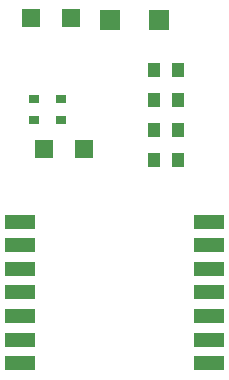
<source format=gbp>
%FSTAX24Y24*%
%MOIN*%
G70*
G01*
G75*
G04 Layer_Color=128*
%ADD10R,0.0512X0.0394*%
%ADD11O,0.0906X0.0236*%
%ADD12R,0.0394X0.0512*%
%ADD13R,0.1299X0.1004*%
%ADD14R,0.0374X0.1004*%
%ADD15R,0.0472X0.0512*%
%ADD16C,0.0100*%
%ADD17C,0.0300*%
%ADD18R,0.0650X0.4803*%
%ADD19C,0.0591*%
%ADD20R,0.0591X0.0591*%
%ADD21C,0.0984*%
%ADD22R,0.0984X0.0984*%
%ADD23C,0.0320*%
%ADD24R,0.0984X0.0512*%
%ADD25R,0.0374X0.0315*%
%ADD26R,0.0630X0.0630*%
%ADD27R,0.0709X0.0709*%
%ADD28C,0.0236*%
%ADD29C,0.0098*%
%ADD30C,0.0079*%
%ADD31C,0.0040*%
%ADD32C,0.0039*%
%ADD33R,0.0592X0.0474*%
%ADD34O,0.0986X0.0316*%
%ADD35R,0.0474X0.0592*%
%ADD36R,0.1379X0.1084*%
%ADD37R,0.0454X0.1084*%
%ADD38R,0.0552X0.0592*%
%ADD39C,0.0671*%
%ADD40R,0.0671X0.0671*%
%ADD41C,0.1064*%
%ADD42R,0.1064X0.1064*%
%ADD43C,0.0400*%
%ADD44R,0.1064X0.0592*%
%ADD45R,0.0454X0.0395*%
%ADD46R,0.0710X0.0710*%
%ADD47R,0.0789X0.0789*%
D12*
X239906Y18965D02*
D03*
X240694D02*
D03*
X239906Y19065D02*
D03*
X240694D02*
D03*
X239906Y19265D02*
D03*
X240694D02*
D03*
X239906Y19165D02*
D03*
X240694D02*
D03*
D24*
X23545Y182887D02*
D03*
Y183675D02*
D03*
Y184462D02*
D03*
Y18525D02*
D03*
Y186037D02*
D03*
Y186824D02*
D03*
Y187612D02*
D03*
X24175Y182887D02*
D03*
Y183675D02*
D03*
Y184462D02*
D03*
Y18525D02*
D03*
Y186037D02*
D03*
Y186824D02*
D03*
Y187612D02*
D03*
D25*
X2368Y191704D02*
D03*
Y190995D02*
D03*
X2359D02*
D03*
Y191704D02*
D03*
D26*
X237582Y190013D02*
D03*
X236243D02*
D03*
X237149Y194387D02*
D03*
X23581D02*
D03*
D27*
X238438Y194338D02*
D03*
X240092D02*
D03*
M02*

</source>
